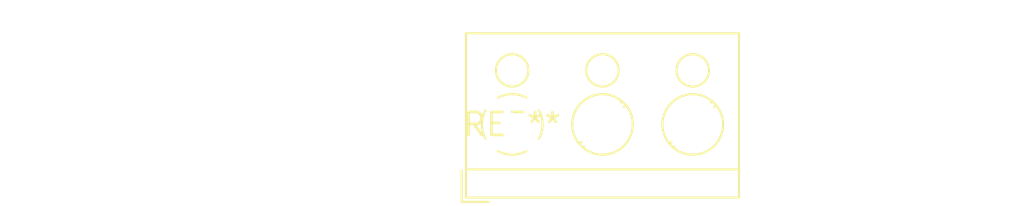
<source format=kicad_pcb>
(kicad_pcb (version 20240108) (generator pcbnew)
  (layers (0 "F.Cu" signal) (31 "B.Cu" signal) (34 "B.Paste" user) (35 "F.Paste" user) (36 "B.SilkS" user "B.Silkscreen") (37 "F.SilkS" user "F.Silkscreen") (38 "B.Mask" user) (39 "F.Mask" user) (44 "Edge.Cuts" user))
  (net 0 "")
  (footprint "TerminalBlock_RND_205-00002_1x03_P5.00mm_Horizontal" (layer "F.Cu") (at 0 0)
    (property "Reference" "REF**")
    (property "Value" "TerminalBlock_RND_205-00002_1x03_P5.00mm_Horizontal")
    (fp_line (start -2.8 2.56) (end -2.8 4.3) (layer "F.SilkS") (stroke (width 0.12)))
    (fp_line (start -2.8 4.3) (end -1.3 4.3) (layer "F.SilkS") (stroke (width 0.12)))
    (fp_line (start -2.56 -5.06) (end -2.56 4.06) (layer "F.SilkS") (stroke (width 0.12)))
    (fp_line (start -2.56 -5.06) (end 12.56 -5.06) (layer "F.SilkS") (stroke (width 0.12)))
    (fp_line (start -2.56 2.5) (end 12.56 2.5) (layer "F.SilkS") (stroke (width 0.12)))
    (fp_line (start -2.56 4.06) (end 12.56 4.06) (layer "F.SilkS") (stroke (width 0.12)))
    (fp_line (start 3.82 0.976) (end 3.726 1.069) (layer "F.SilkS") (stroke (width 0.12)))
    (fp_line (start 3.99 1.216) (end 3.931 1.274) (layer "F.SilkS") (stroke (width 0.12)))
    (fp_line (start 6.07 -1.275) (end 6.011 -1.216) (layer "F.SilkS") (stroke (width 0.12)))
    (fp_line (start 6.275 -1.069) (end 6.181 -0.976) (layer "F.SilkS") (stroke (width 0.12)))
    (fp_line (start 8.82 0.976) (end 8.726 1.069) (layer "F.SilkS") (stroke (width 0.12)))
    (fp_line (start 8.99 1.216) (end 8.931 1.274) (layer "F.SilkS") (stroke (width 0.12)))
    (fp_line (start 11.07 -1.275) (end 11.011 -1.216) (layer "F.SilkS") (stroke (width 0.12)))
    (fp_line (start 11.275 -1.069) (end 11.181 -0.976) (layer "F.SilkS") (stroke (width 0.12)))
    (fp_line (start 12.56 -5.06) (end 12.56 4.06) (layer "F.SilkS") (stroke (width 0.12)))
    (fp_arc (start -1.483953 0.789089) (mid -1.680708 5e-05) (end -1.484 -0.789) (layer "F.SilkS") (stroke (width 0.12)))
    (fp_arc (start -0.789089 -1.483953) (mid -5e-05 -1.680708) (end 0.789 -1.484) (layer "F.SilkS") (stroke (width 0.12)))
    (fp_arc (start 0.029383 1.68045) (mid -0.392304 1.634281) (end -0.789 1.484) (layer "F.SilkS") (stroke (width 0.12)))
    (fp_arc (start 0.788712 1.483352) (mid 0.406429 1.630097) (end 0 1.68) (layer "F.SilkS") (stroke (width 0.12)))
    (fp_arc (start 1.483953 -0.789089) (mid 1.680708 -5e-05) (end 1.484 0.789) (layer "F.SilkS") (stroke (width 0.12)))
    (fp_circle (center 0 -3) (end 0.9 -3) (layer "F.SilkS") (stroke (width 0.12)) (fill none))
    (fp_circle (center 5 -3) (end 5.9 -3) (layer "F.SilkS") (stroke (width 0.12)) (fill none))
    (fp_circle (center 5 0) (end 6.68 0) (layer "F.SilkS") (stroke (width 0.12)) (fill none))
    (fp_circle (center 10 -3) (end 10.9 -3) (layer "F.SilkS") (stroke (width 0.12)) (fill none))
    (fp_circle (center 10 0) (end 11.68 0) (layer "F.SilkS") (stroke (width 0.12)) (fill none))
    (pad "1" thru_hole rect (at 0 0) (size 2.5 2.5) (drill 1.3) (layers *.Cu *.Mask) (remove_unused_layers))
    (pad "2" thru_hole circle (at 5 0) (size 2.5 2.5) (drill 1.3) (layers *.Cu *.Mask) (remove_unused_layers))
    (pad "3" thru_hole circle (at 10 0) (size 2.5 2.5) (drill 1.3) (layers *.Cu *.Mask) (remove_unused_layers))
  )
)
</source>
